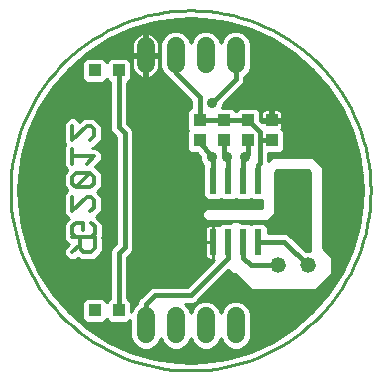
<source format=gbl>
G75*
G70*
%OFA0B0*%
%FSLAX24Y24*%
%IPPOS*%
%LPD*%
%AMOC8*
5,1,8,0,0,1.08239X$1,22.5*
%
%ADD10C,0.0100*%
%ADD11C,0.0600*%
%ADD12R,0.0236X0.0866*%
%ADD13R,0.0394X0.0433*%
%ADD14C,0.0520*%
%ADD15C,0.0120*%
%ADD16C,0.0160*%
%ADD17R,0.0396X0.0396*%
%ADD18C,0.0396*%
%ADD19C,0.0357*%
D10*
X002092Y002092D02*
X001556Y002711D01*
X001113Y003400D01*
X000773Y004145D01*
X000542Y004931D01*
X000426Y005742D01*
X000411Y006151D01*
X000411Y006151D01*
X000426Y006561D01*
X000542Y007371D01*
X000773Y008157D01*
X001113Y008902D01*
X001556Y009591D01*
X002092Y010210D01*
X002711Y010746D01*
X003400Y011189D01*
X004145Y011529D01*
X004931Y011760D01*
X005742Y011877D01*
X006151Y011891D01*
X006561Y011877D01*
X007371Y011760D01*
X008157Y011529D01*
X008902Y011189D01*
X009591Y010746D01*
X010210Y010210D01*
X010746Y009591D01*
X011189Y008902D01*
X011529Y008157D01*
X011760Y007371D01*
X011877Y006561D01*
X011891Y006151D01*
X011877Y005742D01*
X011760Y004931D01*
X011529Y004145D01*
X011189Y003400D01*
X010746Y002711D01*
X010210Y002092D01*
X009591Y001556D01*
X008902Y001113D01*
X008157Y000773D01*
X007371Y000542D01*
X006561Y000426D01*
X006151Y000411D01*
X005742Y000426D01*
X004931Y000542D01*
X004145Y000773D01*
X003400Y001113D01*
X002711Y001556D01*
X002092Y002092D01*
X002067Y002122D02*
X002543Y002122D01*
X002543Y002024D02*
X002172Y002024D01*
X002286Y001925D02*
X002543Y001925D01*
X002543Y001866D02*
X002666Y001743D01*
X003236Y001743D01*
X003351Y001858D01*
X003466Y001743D01*
X004036Y001743D01*
X004141Y001848D01*
X004141Y001250D01*
X004219Y001062D01*
X004362Y000919D01*
X004550Y000841D01*
X004753Y000841D01*
X004940Y000919D01*
X005084Y001062D01*
X005151Y001226D01*
X005219Y001062D01*
X005362Y000919D01*
X005550Y000841D01*
X005753Y000841D01*
X005940Y000919D01*
X006084Y001062D01*
X006151Y001226D01*
X006219Y001062D01*
X006362Y000919D01*
X006550Y000841D01*
X006753Y000841D01*
X006940Y000919D01*
X007084Y001062D01*
X007151Y001226D01*
X007219Y001062D01*
X007362Y000919D01*
X007550Y000841D01*
X007753Y000841D01*
X007940Y000919D01*
X008084Y001062D01*
X008161Y001250D01*
X008161Y002053D01*
X008084Y002240D01*
X007940Y002384D01*
X007753Y002461D01*
X007550Y002461D01*
X007362Y002384D01*
X007219Y002240D01*
X007151Y002077D01*
X007084Y002240D01*
X006940Y002384D01*
X006753Y002461D01*
X006550Y002461D01*
X006362Y002384D01*
X006219Y002240D01*
X006151Y002077D01*
X006084Y002240D01*
X005962Y002361D01*
X006209Y002361D01*
X006315Y002405D01*
X006397Y002487D01*
X007403Y003493D01*
X007405Y003487D01*
X007487Y003405D01*
X007593Y003361D01*
X007644Y003361D01*
X008164Y002841D01*
X008338Y002841D01*
X010338Y002841D01*
X010461Y002964D01*
X010861Y003364D01*
X010861Y003538D01*
X010861Y003938D01*
X010738Y004061D01*
X010561Y004238D01*
X010561Y006938D01*
X010438Y007061D01*
X010238Y007261D01*
X010064Y007261D01*
X008864Y007261D01*
X008741Y007138D01*
X008741Y007390D01*
X009135Y007390D01*
X009258Y007513D01*
X009258Y008120D01*
X009180Y008198D01*
X009188Y008211D01*
X009198Y008250D01*
X009198Y008437D01*
X008900Y008437D01*
X008900Y008534D01*
X009198Y008534D01*
X009198Y008722D01*
X009188Y008760D01*
X009168Y008794D01*
X009140Y008822D01*
X009106Y008842D01*
X009068Y008852D01*
X008900Y008852D01*
X008900Y008534D01*
X008803Y008534D01*
X008802Y008534D02*
X008802Y008437D01*
X008510Y008437D01*
X008458Y008489D01*
X008458Y008789D01*
X008335Y008912D01*
X007767Y008912D01*
X007651Y008796D01*
X007535Y008912D01*
X007214Y008912D01*
X007240Y008974D01*
X007240Y009029D01*
X007897Y009687D01*
X007941Y009793D01*
X007941Y009909D01*
X007941Y009920D01*
X008084Y010062D01*
X008161Y010250D01*
X008161Y011053D01*
X008084Y011240D01*
X007940Y011384D01*
X007753Y011461D01*
X007550Y011461D01*
X007362Y011384D01*
X007219Y011240D01*
X007151Y011077D01*
X007084Y011240D01*
X006940Y011384D01*
X006753Y011461D01*
X006550Y011461D01*
X006362Y011384D01*
X006219Y011240D01*
X006151Y011077D01*
X006084Y011240D01*
X005940Y011384D01*
X005753Y011461D01*
X005550Y011461D01*
X005362Y011384D01*
X005219Y011240D01*
X005141Y011053D01*
X005141Y010250D01*
X005219Y010062D01*
X005362Y009919D01*
X005398Y009904D01*
X005405Y009887D01*
X006161Y009131D01*
X006161Y008906D01*
X006044Y008789D01*
X006044Y008182D01*
X006075Y008151D01*
X006044Y008120D01*
X006044Y007513D01*
X006167Y007390D01*
X006369Y007390D01*
X006463Y007272D01*
X006463Y007174D01*
X006522Y007031D01*
X006573Y006980D01*
X006573Y005955D01*
X006696Y005832D01*
X007106Y005832D01*
X007151Y005877D01*
X007196Y005832D01*
X007606Y005832D01*
X007651Y005877D01*
X007696Y005832D01*
X008106Y005832D01*
X008151Y005877D01*
X008196Y005832D01*
X008541Y005832D01*
X008541Y005561D01*
X006664Y005561D01*
X006541Y005438D01*
X006541Y005264D01*
X006664Y005141D01*
X008564Y005141D01*
X008738Y005141D01*
X008838Y005241D01*
X008961Y005364D01*
X008961Y006764D01*
X009038Y006841D01*
X010064Y006841D01*
X010141Y006764D01*
X010141Y004238D01*
X010141Y004121D01*
X009991Y004121D01*
X009439Y004673D01*
X009332Y004718D01*
X009217Y004718D01*
X008729Y004718D01*
X008729Y004948D01*
X008606Y005071D01*
X008196Y005071D01*
X008151Y005026D01*
X008106Y005071D01*
X007842Y005071D01*
X007815Y005097D01*
X007709Y005141D01*
X007593Y005141D01*
X007487Y005097D01*
X007460Y005071D01*
X007196Y005071D01*
X007187Y005061D01*
X007164Y005061D01*
X007094Y004991D01*
X007077Y005000D01*
X007039Y005011D01*
X006910Y005011D01*
X006910Y004437D01*
X006892Y004437D01*
X006892Y005011D01*
X006763Y005011D01*
X006725Y005000D01*
X006691Y004981D01*
X006663Y004953D01*
X006643Y004919D01*
X006633Y004880D01*
X006633Y004437D01*
X006892Y004437D01*
X006892Y004418D01*
X006910Y004418D01*
X006910Y003844D01*
X006934Y003844D01*
X006031Y002941D01*
X005009Y002941D01*
X004893Y002941D01*
X004787Y002897D01*
X004487Y002597D01*
X004405Y002515D01*
X004361Y002409D01*
X004361Y002382D01*
X004219Y002240D01*
X004159Y002096D01*
X004159Y002436D01*
X004041Y002554D01*
X004041Y003931D01*
X004115Y004005D01*
X004197Y004087D01*
X004241Y004193D01*
X004241Y007993D01*
X004241Y008109D01*
X004197Y008215D01*
X004041Y008371D01*
X004041Y009748D01*
X004159Y009866D01*
X004159Y010436D01*
X004036Y010559D01*
X003466Y010559D01*
X003351Y010444D01*
X003236Y010559D01*
X002666Y010559D01*
X002543Y010436D01*
X002543Y009866D01*
X002666Y009743D01*
X003236Y009743D01*
X003351Y009858D01*
X003461Y009748D01*
X003461Y008193D01*
X003505Y008087D01*
X003587Y008005D01*
X003661Y007931D01*
X003661Y004371D01*
X003505Y004215D01*
X003461Y004109D01*
X003461Y003993D01*
X003461Y002554D01*
X003351Y002444D01*
X003236Y002559D01*
X002666Y002559D01*
X002543Y002436D01*
X002543Y001866D01*
X002583Y001826D02*
X002399Y001826D01*
X002513Y001728D02*
X004141Y001728D01*
X004141Y001826D02*
X004120Y001826D01*
X004141Y001629D02*
X002627Y001629D01*
X002751Y001531D02*
X004141Y001531D01*
X004141Y001432D02*
X002904Y001432D01*
X003057Y001334D02*
X004141Y001334D01*
X004147Y001235D02*
X003211Y001235D01*
X003364Y001137D02*
X004188Y001137D01*
X004243Y001038D02*
X003565Y001038D01*
X003400Y001113D02*
X003400Y001113D01*
X003781Y000940D02*
X004342Y000940D01*
X004250Y000742D02*
X008053Y000742D01*
X007961Y000940D02*
X008522Y000940D01*
X008737Y001038D02*
X008059Y001038D01*
X008114Y001137D02*
X008938Y001137D01*
X009092Y001235D02*
X008155Y001235D01*
X008161Y001334D02*
X009245Y001334D01*
X009398Y001432D02*
X008161Y001432D01*
X008161Y001531D02*
X009552Y001531D01*
X009676Y001629D02*
X008161Y001629D01*
X008161Y001728D02*
X009789Y001728D01*
X009903Y001826D02*
X008161Y001826D01*
X008161Y001925D02*
X010017Y001925D01*
X010131Y002024D02*
X008161Y002024D01*
X008132Y002122D02*
X010236Y002122D01*
X010321Y002221D02*
X008092Y002221D01*
X008004Y002319D02*
X010406Y002319D01*
X010492Y002418D02*
X007858Y002418D01*
X007445Y002418D02*
X006858Y002418D01*
X007004Y002319D02*
X007298Y002319D01*
X007211Y002221D02*
X007092Y002221D01*
X007132Y002122D02*
X007170Y002122D01*
X006623Y002713D02*
X010748Y002713D01*
X010811Y002812D02*
X006722Y002812D01*
X006820Y002910D02*
X008095Y002910D01*
X007996Y003009D02*
X006919Y003009D01*
X007018Y003107D02*
X007898Y003107D01*
X007799Y003206D02*
X007116Y003206D01*
X007215Y003305D02*
X007701Y003305D01*
X007492Y003403D02*
X007313Y003403D01*
X006887Y003797D02*
X004041Y003797D01*
X004041Y003699D02*
X006789Y003699D01*
X006690Y003600D02*
X004041Y003600D01*
X004041Y003502D02*
X006592Y003502D01*
X006493Y003403D02*
X004041Y003403D01*
X004041Y003305D02*
X006394Y003305D01*
X006296Y003206D02*
X004041Y003206D01*
X004041Y003107D02*
X006197Y003107D01*
X006099Y003009D02*
X004041Y003009D01*
X004041Y002910D02*
X004819Y002910D01*
X004702Y002812D02*
X004041Y002812D01*
X004041Y002713D02*
X004603Y002713D01*
X004505Y002615D02*
X004041Y002615D01*
X004079Y002516D02*
X004406Y002516D01*
X004365Y002418D02*
X004159Y002418D01*
X004159Y002319D02*
X004298Y002319D01*
X004211Y002221D02*
X004159Y002221D01*
X004159Y002122D02*
X004170Y002122D01*
X003461Y002615D02*
X001640Y002615D01*
X001555Y002713D02*
X003461Y002713D01*
X003461Y002812D02*
X001491Y002812D01*
X001428Y002910D02*
X003461Y002910D01*
X003461Y003009D02*
X001365Y003009D01*
X001301Y003107D02*
X003461Y003107D01*
X003461Y003206D02*
X001238Y003206D01*
X001175Y003305D02*
X003461Y003305D01*
X003461Y003403D02*
X001112Y003403D01*
X001067Y003502D02*
X003461Y003502D01*
X003461Y003600D02*
X001022Y003600D01*
X000977Y003699D02*
X003461Y003699D01*
X003461Y003797D02*
X000932Y003797D01*
X000887Y003896D02*
X002034Y003896D01*
X002054Y003875D02*
X002152Y003832D01*
X002259Y003830D01*
X002359Y003869D01*
X002396Y003904D01*
X002428Y003872D01*
X002527Y003831D01*
X002635Y003831D01*
X002885Y003831D01*
X002984Y003872D01*
X003060Y003948D01*
X003180Y004068D01*
X003221Y004167D01*
X003221Y004275D01*
X003221Y004645D01*
X003219Y004651D01*
X003221Y004657D01*
X003221Y004897D01*
X003221Y005005D01*
X003180Y005104D01*
X003013Y005271D01*
X003094Y005352D01*
X003170Y005428D01*
X003211Y005527D01*
X003211Y005767D01*
X003211Y005875D01*
X003170Y005974D01*
X003043Y006101D01*
X003160Y006218D01*
X003201Y006317D01*
X003201Y006425D01*
X003201Y006665D01*
X003160Y006764D01*
X003084Y006840D01*
X002977Y006947D01*
X003160Y007131D01*
X003201Y007230D01*
X003201Y007337D01*
X003160Y007437D01*
X003084Y007513D01*
X002985Y007554D01*
X002977Y007554D01*
X002871Y007554D01*
X002964Y007592D01*
X003094Y007722D01*
X003170Y007798D01*
X003211Y007897D01*
X003211Y008137D01*
X003211Y008245D01*
X003170Y008344D01*
X002974Y008540D01*
X002875Y008581D01*
X002767Y008581D01*
X002743Y008581D01*
X002742Y008582D01*
X002688Y008581D01*
X002637Y008581D01*
X002636Y008581D01*
X002635Y008581D01*
X002585Y008559D01*
X002538Y008540D01*
X002537Y008539D01*
X002536Y008538D01*
X002498Y008500D01*
X002462Y008464D01*
X002462Y008463D01*
X002448Y008448D01*
X002440Y008467D01*
X002364Y008543D01*
X002265Y008584D01*
X002157Y008584D01*
X002058Y008543D01*
X001982Y008467D01*
X001941Y008367D01*
X001941Y007873D01*
X001941Y007872D01*
X001941Y007818D01*
X001941Y007775D01*
X001942Y007774D01*
X001942Y007765D01*
X001981Y007673D01*
X001941Y007577D01*
X001941Y006985D01*
X001982Y006886D01*
X002043Y006825D01*
X001982Y006764D01*
X001941Y006665D01*
X001941Y006557D01*
X001941Y006425D01*
X001941Y006317D01*
X001982Y006218D01*
X002044Y006156D01*
X001982Y006094D01*
X001941Y005995D01*
X001941Y005503D01*
X001941Y005502D01*
X001941Y005448D01*
X001941Y005397D01*
X001942Y005396D01*
X001942Y005395D01*
X001963Y005345D01*
X001982Y005298D01*
X001983Y005297D01*
X001984Y005296D01*
X002022Y005258D01*
X002058Y005222D01*
X002060Y005222D01*
X002061Y005221D01*
X002084Y005211D01*
X002063Y005192D01*
X002058Y005190D01*
X002024Y005156D01*
X001989Y005123D01*
X001986Y005118D01*
X001982Y005114D01*
X001964Y005069D01*
X001944Y005026D01*
X001943Y005020D01*
X001941Y005015D01*
X001941Y004967D01*
X001939Y004918D01*
X001941Y004913D01*
X001941Y004765D01*
X001941Y004657D01*
X001944Y004651D01*
X001941Y004645D01*
X001941Y004537D01*
X001982Y004438D01*
X002058Y004362D01*
X002083Y004352D01*
X001985Y004259D01*
X001942Y004160D01*
X001940Y004053D01*
X001979Y003953D01*
X002054Y003875D01*
X001963Y003994D02*
X000842Y003994D01*
X000797Y004093D02*
X001941Y004093D01*
X001956Y004191D02*
X000760Y004191D01*
X000731Y004290D02*
X002018Y004290D01*
X002032Y004389D02*
X000702Y004389D01*
X000673Y004487D02*
X001962Y004487D01*
X001941Y004586D02*
X000644Y004586D01*
X000615Y004684D02*
X001941Y004684D01*
X001941Y004783D02*
X000586Y004783D01*
X000557Y004881D02*
X001941Y004881D01*
X001941Y004980D02*
X000535Y004980D01*
X000521Y005078D02*
X001968Y005078D01*
X002045Y005177D02*
X000507Y005177D01*
X000493Y005275D02*
X002005Y005275D01*
X001951Y005374D02*
X000479Y005374D01*
X000464Y005473D02*
X001941Y005473D01*
X001941Y005571D02*
X000450Y005571D01*
X000436Y005670D02*
X001941Y005670D01*
X001941Y005768D02*
X000425Y005768D01*
X000421Y005867D02*
X001941Y005867D01*
X001941Y005965D02*
X000418Y005965D01*
X000414Y006064D02*
X001970Y006064D01*
X002038Y006162D02*
X000412Y006162D01*
X000415Y006261D02*
X001965Y006261D01*
X001941Y006359D02*
X000419Y006359D01*
X000422Y006458D02*
X001941Y006458D01*
X001941Y006556D02*
X000426Y006556D01*
X000439Y006655D02*
X001941Y006655D01*
X001978Y006754D02*
X000453Y006754D01*
X000468Y006852D02*
X002016Y006852D01*
X001955Y006951D02*
X000482Y006951D01*
X000496Y007049D02*
X001941Y007049D01*
X001941Y007148D02*
X000510Y007148D01*
X000524Y007246D02*
X001941Y007246D01*
X001941Y007345D02*
X000539Y007345D01*
X000563Y007443D02*
X001941Y007443D01*
X001941Y007542D02*
X000592Y007542D01*
X000621Y007640D02*
X001967Y007640D01*
X001953Y007739D02*
X000650Y007739D01*
X000679Y007838D02*
X001941Y007838D01*
X001941Y007936D02*
X000708Y007936D01*
X000737Y008035D02*
X001941Y008035D01*
X001941Y008133D02*
X000766Y008133D01*
X000807Y008232D02*
X001941Y008232D01*
X001941Y008330D02*
X000852Y008330D01*
X000897Y008429D02*
X001967Y008429D01*
X002043Y008527D02*
X000942Y008527D01*
X000987Y008626D02*
X003461Y008626D01*
X003461Y008724D02*
X001032Y008724D01*
X001077Y008823D02*
X003461Y008823D01*
X003461Y008922D02*
X001126Y008922D01*
X001189Y009020D02*
X003461Y009020D01*
X003461Y009119D02*
X001252Y009119D01*
X001316Y009217D02*
X003461Y009217D01*
X003461Y009316D02*
X001379Y009316D01*
X001442Y009414D02*
X003461Y009414D01*
X003461Y009513D02*
X001506Y009513D01*
X001574Y009611D02*
X003461Y009611D01*
X003461Y009710D02*
X001659Y009710D01*
X001744Y009808D02*
X002601Y009808D01*
X002543Y009907D02*
X001830Y009907D01*
X001915Y010006D02*
X002543Y010006D01*
X002543Y010104D02*
X002001Y010104D01*
X002086Y010203D02*
X002543Y010203D01*
X002543Y010301D02*
X002198Y010301D01*
X002311Y010400D02*
X002543Y010400D01*
X002605Y010498D02*
X002425Y010498D01*
X002539Y010597D02*
X004201Y010597D01*
X004201Y010601D02*
X004201Y010316D01*
X004212Y010246D01*
X004234Y010178D01*
X004266Y010115D01*
X004308Y010058D01*
X004358Y010008D01*
X004415Y009966D01*
X004478Y009934D01*
X004546Y009912D01*
X004601Y009903D01*
X004601Y010601D01*
X004701Y010601D01*
X004701Y009903D01*
X004757Y009912D01*
X004824Y009934D01*
X004887Y009966D01*
X004944Y010008D01*
X004994Y010058D01*
X005036Y010115D01*
X005068Y010178D01*
X005090Y010246D01*
X005101Y010316D01*
X005101Y010601D01*
X004701Y010601D01*
X004701Y010701D01*
X005101Y010701D01*
X005101Y010987D01*
X005090Y011057D01*
X005068Y011124D01*
X005036Y011187D01*
X004994Y011244D01*
X004944Y011294D01*
X004887Y011336D01*
X004824Y011368D01*
X004757Y011390D01*
X004701Y011399D01*
X004701Y010701D01*
X004601Y010701D01*
X004601Y010601D01*
X004201Y010601D01*
X004201Y010701D02*
X004601Y010701D01*
X004601Y011399D01*
X004546Y011390D01*
X004478Y011368D01*
X004415Y011336D01*
X004358Y011294D01*
X004308Y011244D01*
X004266Y011187D01*
X004234Y011124D01*
X004212Y011057D01*
X004201Y010987D01*
X004201Y010701D01*
X004201Y010794D02*
X002785Y010794D01*
X002652Y010695D02*
X004601Y010695D01*
X004601Y010597D02*
X004701Y010597D01*
X004701Y010695D02*
X005141Y010695D01*
X005141Y010597D02*
X005101Y010597D01*
X005101Y010498D02*
X005141Y010498D01*
X005141Y010400D02*
X005101Y010400D01*
X005099Y010301D02*
X005141Y010301D01*
X005161Y010203D02*
X005076Y010203D01*
X005028Y010104D02*
X005201Y010104D01*
X005276Y010006D02*
X004941Y010006D01*
X004723Y009907D02*
X005391Y009907D01*
X005484Y009808D02*
X004102Y009808D01*
X004159Y009907D02*
X004579Y009907D01*
X004601Y009907D02*
X004701Y009907D01*
X004701Y010006D02*
X004601Y010006D01*
X004601Y010104D02*
X004701Y010104D01*
X004701Y010203D02*
X004601Y010203D01*
X004601Y010301D02*
X004701Y010301D01*
X004701Y010400D02*
X004601Y010400D01*
X004601Y010498D02*
X004701Y010498D01*
X004701Y010794D02*
X004601Y010794D01*
X004601Y010892D02*
X004701Y010892D01*
X004701Y010991D02*
X004601Y010991D01*
X004601Y011089D02*
X004701Y011089D01*
X004701Y011188D02*
X004601Y011188D01*
X004601Y011287D02*
X004701Y011287D01*
X004701Y011385D02*
X004601Y011385D01*
X004531Y011385D02*
X003830Y011385D01*
X004045Y011484D02*
X008257Y011484D01*
X008473Y011385D02*
X007936Y011385D01*
X008037Y011287D02*
X008689Y011287D01*
X008904Y011188D02*
X008105Y011188D01*
X008146Y011089D02*
X009057Y011089D01*
X009210Y010991D02*
X008161Y010991D01*
X008161Y010892D02*
X009364Y010892D01*
X009517Y010794D02*
X008161Y010794D01*
X008161Y010695D02*
X009650Y010695D01*
X009764Y010597D02*
X008161Y010597D01*
X008161Y010498D02*
X009877Y010498D01*
X009991Y010400D02*
X008161Y010400D01*
X008161Y010301D02*
X010105Y010301D01*
X010216Y010203D02*
X008142Y010203D01*
X008101Y010104D02*
X010302Y010104D01*
X010387Y010006D02*
X008027Y010006D01*
X007941Y009907D02*
X010473Y009907D01*
X010558Y009808D02*
X007941Y009808D01*
X007906Y009710D02*
X010643Y009710D01*
X010729Y009611D02*
X007821Y009611D01*
X007723Y009513D02*
X010797Y009513D01*
X010860Y009414D02*
X007624Y009414D01*
X007526Y009316D02*
X010923Y009316D01*
X010987Y009217D02*
X007427Y009217D01*
X007329Y009119D02*
X011050Y009119D01*
X011113Y009020D02*
X007240Y009020D01*
X007218Y008922D02*
X011176Y008922D01*
X011225Y008823D02*
X009139Y008823D01*
X009197Y008724D02*
X011270Y008724D01*
X011315Y008626D02*
X009198Y008626D01*
X009198Y008429D02*
X011405Y008429D01*
X011360Y008527D02*
X008900Y008527D01*
X008802Y008527D02*
X008458Y008527D01*
X008504Y008534D02*
X008504Y008722D01*
X008515Y008760D01*
X008534Y008794D01*
X008562Y008822D01*
X008596Y008842D01*
X008635Y008852D01*
X008803Y008852D01*
X008803Y008534D01*
X008802Y008534D02*
X008504Y008534D01*
X008504Y008626D02*
X008458Y008626D01*
X008458Y008724D02*
X008505Y008724D01*
X008563Y008823D02*
X008424Y008823D01*
X008803Y008823D02*
X008900Y008823D01*
X008900Y008724D02*
X008803Y008724D01*
X008803Y008626D02*
X008900Y008626D01*
X009198Y008330D02*
X011450Y008330D01*
X011495Y008232D02*
X009193Y008232D01*
X009245Y008133D02*
X011536Y008133D01*
X011565Y008035D02*
X009258Y008035D01*
X009258Y007936D02*
X011594Y007936D01*
X011623Y007838D02*
X009258Y007838D01*
X009258Y007739D02*
X011652Y007739D01*
X011681Y007640D02*
X009258Y007640D01*
X009258Y007542D02*
X011710Y007542D01*
X011739Y007443D02*
X009188Y007443D01*
X008849Y007246D02*
X008741Y007246D01*
X008741Y007148D02*
X008751Y007148D01*
X008741Y007138D02*
X008741Y007138D01*
X008741Y007345D02*
X011764Y007345D01*
X011778Y007246D02*
X010253Y007246D01*
X010352Y007148D02*
X011792Y007148D01*
X011806Y007049D02*
X010450Y007049D01*
X010549Y006951D02*
X011820Y006951D01*
X011835Y006852D02*
X010561Y006852D01*
X010561Y006754D02*
X011849Y006754D01*
X011863Y006655D02*
X010561Y006655D01*
X010561Y006556D02*
X011877Y006556D01*
X011880Y006458D02*
X010561Y006458D01*
X010561Y006359D02*
X011884Y006359D01*
X011887Y006261D02*
X010561Y006261D01*
X010561Y006162D02*
X011891Y006162D01*
X011891Y006151D02*
X011891Y006151D01*
X011888Y006064D02*
X010561Y006064D01*
X010561Y005965D02*
X011885Y005965D01*
X011881Y005867D02*
X010561Y005867D01*
X010561Y005768D02*
X011878Y005768D01*
X011866Y005670D02*
X010561Y005670D01*
X010561Y005571D02*
X011852Y005571D01*
X011838Y005473D02*
X010561Y005473D01*
X010561Y005374D02*
X011824Y005374D01*
X011810Y005275D02*
X010561Y005275D01*
X010561Y005177D02*
X011795Y005177D01*
X011781Y005078D02*
X010561Y005078D01*
X010561Y004980D02*
X011767Y004980D01*
X011745Y004881D02*
X010561Y004881D01*
X010561Y004783D02*
X011716Y004783D01*
X011688Y004684D02*
X010561Y004684D01*
X010561Y004586D02*
X011659Y004586D01*
X011630Y004487D02*
X010561Y004487D01*
X010561Y004389D02*
X011601Y004389D01*
X011572Y004290D02*
X010561Y004290D01*
X010608Y004191D02*
X011543Y004191D01*
X011505Y004093D02*
X010706Y004093D01*
X010805Y003994D02*
X011460Y003994D01*
X011415Y003896D02*
X010861Y003896D01*
X010861Y003797D02*
X011370Y003797D01*
X011325Y003699D02*
X010861Y003699D01*
X010861Y003600D02*
X011280Y003600D01*
X011235Y003502D02*
X010861Y003502D01*
X010861Y003403D02*
X011190Y003403D01*
X011128Y003305D02*
X010802Y003305D01*
X010703Y003206D02*
X011064Y003206D01*
X011001Y003107D02*
X010604Y003107D01*
X010506Y003009D02*
X010938Y003009D01*
X010874Y002910D02*
X010407Y002910D01*
X010663Y002615D02*
X006525Y002615D01*
X006426Y002516D02*
X010577Y002516D01*
X010141Y004191D02*
X009921Y004191D01*
X009822Y004290D02*
X010141Y004290D01*
X010141Y004389D02*
X009724Y004389D01*
X009625Y004487D02*
X010141Y004487D01*
X010141Y004586D02*
X009527Y004586D01*
X009413Y004684D02*
X010141Y004684D01*
X010141Y004783D02*
X008729Y004783D01*
X008729Y004881D02*
X010141Y004881D01*
X010141Y004980D02*
X008697Y004980D01*
X008774Y005177D02*
X010141Y005177D01*
X010141Y005275D02*
X008872Y005275D01*
X008961Y005374D02*
X010141Y005374D01*
X010141Y005473D02*
X008961Y005473D01*
X008961Y005571D02*
X010141Y005571D01*
X010141Y005670D02*
X008961Y005670D01*
X008961Y005768D02*
X010141Y005768D01*
X010141Y005867D02*
X008961Y005867D01*
X008961Y005965D02*
X010141Y005965D01*
X010141Y006064D02*
X008961Y006064D01*
X008961Y006162D02*
X010141Y006162D01*
X010141Y006261D02*
X008961Y006261D01*
X008961Y006359D02*
X010141Y006359D01*
X010141Y006458D02*
X008961Y006458D01*
X008961Y006556D02*
X010141Y006556D01*
X010141Y006655D02*
X008961Y006655D01*
X008961Y006754D02*
X010141Y006754D01*
X010141Y005078D02*
X007834Y005078D01*
X007468Y005078D02*
X004241Y005078D01*
X004241Y004980D02*
X006690Y004980D01*
X006633Y004881D02*
X004241Y004881D01*
X004241Y004783D02*
X006633Y004783D01*
X006633Y004684D02*
X004241Y004684D01*
X004241Y004586D02*
X006633Y004586D01*
X006633Y004487D02*
X004241Y004487D01*
X004241Y004389D02*
X006633Y004389D01*
X006633Y004418D02*
X006633Y003975D01*
X006643Y003937D01*
X006663Y003902D01*
X006691Y003874D01*
X006725Y003855D01*
X006763Y003844D01*
X006892Y003844D01*
X006892Y004418D01*
X006633Y004418D01*
X006633Y004290D02*
X004241Y004290D01*
X004240Y004191D02*
X006633Y004191D01*
X006633Y004093D02*
X004199Y004093D01*
X004104Y003994D02*
X006633Y003994D01*
X006670Y003896D02*
X004041Y003896D01*
X003580Y004290D02*
X003221Y004290D01*
X003221Y004191D02*
X003495Y004191D01*
X003461Y004093D02*
X003190Y004093D01*
X003106Y003994D02*
X003461Y003994D01*
X003461Y003896D02*
X003008Y003896D01*
X003221Y004389D02*
X003661Y004389D01*
X003661Y004487D02*
X003221Y004487D01*
X003221Y004586D02*
X003661Y004586D01*
X003661Y004684D02*
X003221Y004684D01*
X003221Y004783D02*
X003661Y004783D01*
X003661Y004881D02*
X003221Y004881D01*
X003221Y004980D02*
X003661Y004980D01*
X003661Y005078D02*
X003191Y005078D01*
X003107Y005177D02*
X003661Y005177D01*
X003661Y005275D02*
X003017Y005275D01*
X003116Y005374D02*
X003661Y005374D01*
X003661Y005473D02*
X003188Y005473D01*
X003211Y005571D02*
X003661Y005571D01*
X003661Y005670D02*
X003211Y005670D01*
X003211Y005768D02*
X003661Y005768D01*
X003661Y005867D02*
X003211Y005867D01*
X003174Y005965D02*
X003661Y005965D01*
X003661Y006064D02*
X003080Y006064D01*
X003104Y006162D02*
X003661Y006162D01*
X003661Y006261D02*
X003178Y006261D01*
X003201Y006359D02*
X003661Y006359D01*
X003661Y006458D02*
X003201Y006458D01*
X003201Y006556D02*
X003661Y006556D01*
X003661Y006655D02*
X003201Y006655D01*
X003164Y006754D02*
X003661Y006754D01*
X003661Y006852D02*
X003072Y006852D01*
X002980Y006951D02*
X003661Y006951D01*
X003661Y007049D02*
X003079Y007049D01*
X003167Y007148D02*
X003661Y007148D01*
X003661Y007246D02*
X003201Y007246D01*
X003198Y007345D02*
X003661Y007345D01*
X003661Y007443D02*
X003153Y007443D01*
X003013Y007542D02*
X003661Y007542D01*
X003661Y007640D02*
X003012Y007640D01*
X002977Y007554D02*
X002977Y007554D01*
X003111Y007739D02*
X003661Y007739D01*
X003661Y007838D02*
X003186Y007838D01*
X003211Y007936D02*
X003656Y007936D01*
X003558Y008035D02*
X003211Y008035D01*
X003211Y008133D02*
X003486Y008133D01*
X003461Y008232D02*
X003211Y008232D01*
X003176Y008330D02*
X003461Y008330D01*
X003461Y008429D02*
X003085Y008429D01*
X002987Y008527D02*
X003461Y008527D01*
X004041Y008527D02*
X006044Y008527D01*
X006044Y008429D02*
X004041Y008429D01*
X004082Y008330D02*
X006044Y008330D01*
X006044Y008232D02*
X004181Y008232D01*
X004231Y008133D02*
X006058Y008133D01*
X006044Y008035D02*
X004241Y008035D01*
X004241Y007936D02*
X006044Y007936D01*
X006044Y007838D02*
X004241Y007838D01*
X004241Y007739D02*
X006044Y007739D01*
X006044Y007640D02*
X004241Y007640D01*
X004241Y007542D02*
X006044Y007542D01*
X006114Y007443D02*
X004241Y007443D01*
X004241Y007345D02*
X006405Y007345D01*
X006463Y007246D02*
X004241Y007246D01*
X004241Y007148D02*
X006474Y007148D01*
X006514Y007049D02*
X004241Y007049D01*
X004241Y006951D02*
X006573Y006951D01*
X006573Y006852D02*
X004241Y006852D01*
X004241Y006754D02*
X006573Y006754D01*
X006573Y006655D02*
X004241Y006655D01*
X004241Y006556D02*
X006573Y006556D01*
X006573Y006458D02*
X004241Y006458D01*
X004241Y006359D02*
X006573Y006359D01*
X006573Y006261D02*
X004241Y006261D01*
X004241Y006162D02*
X006573Y006162D01*
X006573Y006064D02*
X004241Y006064D01*
X004241Y005965D02*
X006573Y005965D01*
X006661Y005867D02*
X004241Y005867D01*
X004241Y005768D02*
X008541Y005768D01*
X008541Y005670D02*
X004241Y005670D01*
X004241Y005571D02*
X008541Y005571D01*
X008161Y005867D02*
X008141Y005867D01*
X007661Y005867D02*
X007641Y005867D01*
X007161Y005867D02*
X007141Y005867D01*
X006576Y005473D02*
X004241Y005473D01*
X004241Y005374D02*
X006541Y005374D01*
X006541Y005275D02*
X004241Y005275D01*
X004241Y005177D02*
X006628Y005177D01*
X006892Y004980D02*
X006910Y004980D01*
X006910Y004881D02*
X006892Y004881D01*
X006892Y004783D02*
X006910Y004783D01*
X006910Y004684D02*
X006892Y004684D01*
X006892Y004586D02*
X006910Y004586D01*
X006910Y004487D02*
X006892Y004487D01*
X006892Y004389D02*
X006910Y004389D01*
X006910Y004290D02*
X006892Y004290D01*
X006892Y004191D02*
X006910Y004191D01*
X006910Y004093D02*
X006892Y004093D01*
X006892Y003994D02*
X006910Y003994D01*
X006910Y003896D02*
X006892Y003896D01*
X006445Y002418D02*
X006328Y002418D01*
X006298Y002319D02*
X006004Y002319D01*
X006092Y002221D02*
X006211Y002221D01*
X006170Y002122D02*
X006132Y002122D01*
X006114Y001137D02*
X006188Y001137D01*
X006243Y001038D02*
X006059Y001038D01*
X005961Y000940D02*
X006342Y000940D01*
X006707Y000447D02*
X005595Y000447D01*
X005342Y000940D02*
X004961Y000940D01*
X005059Y001038D02*
X005243Y001038D01*
X005188Y001137D02*
X005114Y001137D01*
X004585Y000644D02*
X007717Y000644D01*
X007382Y000545D02*
X004921Y000545D01*
X003996Y000841D02*
X008306Y000841D01*
X007342Y000940D02*
X006961Y000940D01*
X007059Y001038D02*
X007243Y001038D01*
X007188Y001137D02*
X007114Y001137D01*
X003383Y001826D02*
X003320Y001826D01*
X003279Y002516D02*
X003423Y002516D01*
X002623Y002516D02*
X001725Y002516D01*
X001810Y002418D02*
X002543Y002418D01*
X002543Y002319D02*
X001896Y002319D01*
X001981Y002221D02*
X002543Y002221D01*
X002405Y003896D02*
X002387Y003896D01*
X006151Y000151D02*
X006436Y000158D01*
X006721Y000178D01*
X007005Y000212D01*
X007287Y000259D01*
X007566Y000320D01*
X007841Y000394D01*
X008113Y000481D01*
X008381Y000581D01*
X008643Y000693D01*
X008900Y000818D01*
X009151Y000955D01*
X009395Y001103D01*
X009631Y001264D01*
X009860Y001435D01*
X010080Y001617D01*
X010291Y001809D01*
X010493Y002011D01*
X010685Y002222D01*
X010867Y002442D01*
X011038Y002671D01*
X011199Y002907D01*
X011347Y003151D01*
X011484Y003402D01*
X011609Y003659D01*
X011721Y003921D01*
X011821Y004189D01*
X011908Y004461D01*
X011982Y004736D01*
X012043Y005015D01*
X012090Y005297D01*
X012124Y005581D01*
X012144Y005866D01*
X012151Y006151D01*
X007678Y008823D02*
X007624Y008823D01*
X006161Y008922D02*
X004041Y008922D01*
X004041Y009020D02*
X006161Y009020D01*
X006161Y009119D02*
X004041Y009119D01*
X004041Y009217D02*
X006075Y009217D01*
X005976Y009316D02*
X004041Y009316D01*
X004041Y009414D02*
X005878Y009414D01*
X005779Y009513D02*
X004041Y009513D01*
X004041Y009611D02*
X005681Y009611D01*
X005582Y009710D02*
X004041Y009710D01*
X004159Y010006D02*
X004361Y010006D01*
X004274Y010104D02*
X004159Y010104D01*
X004159Y010203D02*
X004226Y010203D01*
X004203Y010301D02*
X004159Y010301D01*
X004159Y010400D02*
X004201Y010400D01*
X004201Y010498D02*
X004097Y010498D01*
X004201Y010892D02*
X002939Y010892D01*
X003092Y010991D02*
X004202Y010991D01*
X004223Y011089D02*
X003245Y011089D01*
X003399Y011188D02*
X004267Y011188D01*
X004350Y011287D02*
X003614Y011287D01*
X004326Y011582D02*
X007977Y011582D01*
X007641Y011681D02*
X004661Y011681D01*
X004772Y011385D02*
X005366Y011385D01*
X005265Y011287D02*
X004952Y011287D01*
X005035Y011188D02*
X005197Y011188D01*
X005156Y011089D02*
X005079Y011089D01*
X005100Y010991D02*
X005141Y010991D01*
X005141Y010892D02*
X005101Y010892D01*
X005101Y010794D02*
X005141Y010794D01*
X005936Y011385D02*
X006366Y011385D01*
X006265Y011287D02*
X006037Y011287D01*
X006105Y011188D02*
X006197Y011188D01*
X006156Y011089D02*
X006146Y011089D01*
X005777Y011878D02*
X006525Y011878D01*
X006936Y011385D02*
X007366Y011385D01*
X007265Y011287D02*
X007037Y011287D01*
X007105Y011188D02*
X007197Y011188D01*
X007156Y011089D02*
X007146Y011089D01*
X007237Y011779D02*
X005065Y011779D01*
X003405Y010498D02*
X003297Y010498D01*
X003302Y009808D02*
X003401Y009808D01*
X004041Y008823D02*
X006078Y008823D01*
X006044Y008724D02*
X004041Y008724D01*
X004041Y008626D02*
X006044Y008626D01*
X000151Y006151D02*
X000158Y005866D01*
X000178Y005581D01*
X000212Y005297D01*
X000259Y005015D01*
X000320Y004736D01*
X000394Y004461D01*
X000481Y004189D01*
X000581Y003921D01*
X000693Y003659D01*
X000818Y003402D01*
X000955Y003151D01*
X001103Y002907D01*
X001264Y002671D01*
X001435Y002442D01*
X001617Y002222D01*
X001809Y002011D01*
X002011Y001809D01*
X002222Y001617D01*
X002442Y001435D01*
X002671Y001264D01*
X002907Y001103D01*
X003151Y000955D01*
X003402Y000818D01*
X003659Y000693D01*
X003921Y000581D01*
X004189Y000481D01*
X004461Y000394D01*
X004736Y000320D01*
X005015Y000259D01*
X005297Y000212D01*
X005581Y000178D01*
X005866Y000158D01*
X006151Y000151D01*
X000151Y006151D02*
X000158Y006436D01*
X000178Y006721D01*
X000212Y007005D01*
X000259Y007287D01*
X000320Y007566D01*
X000394Y007841D01*
X000481Y008113D01*
X000581Y008381D01*
X000693Y008643D01*
X000818Y008900D01*
X000955Y009151D01*
X001103Y009395D01*
X001264Y009631D01*
X001435Y009860D01*
X001617Y010080D01*
X001809Y010291D01*
X002011Y010493D01*
X002222Y010685D01*
X002442Y010867D01*
X002671Y011038D01*
X002907Y011199D01*
X003151Y011347D01*
X003402Y011484D01*
X003659Y011609D01*
X003921Y011721D01*
X004189Y011821D01*
X004461Y011908D01*
X004736Y011982D01*
X005015Y012043D01*
X005297Y012090D01*
X005581Y012124D01*
X005866Y012144D01*
X006151Y012151D01*
X002525Y008527D02*
X002379Y008527D01*
X006151Y012151D02*
X006436Y012144D01*
X006721Y012124D01*
X007005Y012090D01*
X007287Y012043D01*
X007566Y011982D01*
X007841Y011908D01*
X008113Y011821D01*
X008381Y011721D01*
X008643Y011609D01*
X008900Y011484D01*
X009151Y011347D01*
X009395Y011199D01*
X009631Y011038D01*
X009860Y010867D01*
X010080Y010685D01*
X010291Y010493D01*
X010493Y010291D01*
X010685Y010080D01*
X010867Y009860D01*
X011038Y009631D01*
X011199Y009395D01*
X011347Y009151D01*
X011484Y008900D01*
X011609Y008643D01*
X011721Y008381D01*
X011821Y008113D01*
X011908Y007841D01*
X011982Y007566D01*
X012043Y007287D01*
X012090Y007005D01*
X012124Y006721D01*
X012144Y006436D01*
X012151Y006151D01*
D11*
X007651Y001951D02*
X007651Y001351D01*
X006651Y001351D02*
X006651Y001951D01*
X005651Y001951D02*
X005651Y001351D01*
X004651Y001351D02*
X004651Y001951D01*
X004651Y010351D02*
X004651Y010951D01*
X005651Y010951D02*
X005651Y010351D01*
X006651Y010351D02*
X006651Y010951D01*
X007651Y010951D02*
X007651Y010351D01*
D12*
X007401Y006475D03*
X006901Y006475D03*
X007901Y006475D03*
X008401Y006475D03*
X008401Y004428D03*
X007901Y004428D03*
X007401Y004428D03*
X006901Y004428D03*
D13*
X007251Y007817D03*
X007251Y008486D03*
X006451Y008486D03*
X006451Y007817D03*
X008051Y007817D03*
X008051Y008486D03*
X008851Y008486D03*
X008851Y007817D03*
D14*
X009051Y003651D03*
X010051Y003651D03*
D15*
X002951Y004221D02*
X002831Y004101D01*
X002581Y004101D01*
X002461Y004221D01*
X002461Y004341D01*
X002211Y004101D01*
X002461Y004341D02*
X002461Y004591D01*
X002951Y004591D01*
X002951Y004221D01*
X002831Y004591D02*
X002461Y004591D01*
X002211Y004591D01*
X002211Y004711D02*
X002331Y004591D01*
X002461Y004591D01*
X002581Y004831D02*
X002581Y005081D01*
X002341Y005081D01*
X002211Y004961D01*
X002211Y004711D01*
X002831Y004591D02*
X002951Y004711D01*
X002951Y004951D01*
X002831Y005071D01*
X002811Y005451D02*
X002941Y005581D01*
X002941Y005821D01*
X002821Y005941D01*
X002811Y005941D02*
X002691Y005941D01*
X002211Y005451D01*
X002211Y005941D01*
X002331Y006251D02*
X002211Y006371D01*
X002211Y006611D01*
X002331Y006731D01*
X002811Y006731D01*
X002931Y006611D01*
X002931Y006371D01*
X002811Y006251D01*
X002331Y006251D01*
X002811Y006721D01*
X002689Y007041D02*
X002931Y007284D01*
X002924Y007284D02*
X002219Y007284D01*
X002211Y007524D02*
X002211Y007039D01*
X002211Y007821D02*
X002691Y008311D01*
X002811Y008311D01*
X002821Y008311D02*
X002941Y008191D01*
X002941Y007951D01*
X002811Y007821D01*
X002211Y007829D02*
X002211Y008314D01*
D16*
X003751Y008251D02*
X003751Y010151D01*
X003751Y008251D02*
X003951Y008051D01*
X003951Y004251D01*
X003751Y004051D01*
X003751Y002151D01*
X004651Y002351D02*
X004651Y001651D01*
X004651Y002351D02*
X004951Y002651D01*
X006151Y002651D01*
X007401Y003901D01*
X007401Y004428D01*
X007901Y004428D02*
X007901Y003901D01*
X008151Y003651D01*
X009051Y003651D01*
X009275Y004428D02*
X008401Y004428D01*
X009275Y004428D02*
X010051Y003651D01*
X008401Y006475D02*
X008401Y007001D01*
X008451Y007051D01*
X008451Y007851D01*
X008486Y007817D01*
X008851Y007817D01*
X008451Y007851D02*
X008451Y008086D01*
X008051Y008486D01*
X007251Y008486D01*
X006451Y008486D01*
X006451Y009251D01*
X005651Y010051D01*
X005651Y010651D01*
X006851Y009051D02*
X007651Y009851D01*
X007651Y010651D01*
X007251Y007817D02*
X007251Y007351D01*
X007351Y007251D01*
X007401Y007201D01*
X007401Y006475D01*
X006901Y006475D02*
X006901Y007201D01*
X006851Y007251D01*
X006451Y007751D01*
X006451Y007817D01*
X007901Y007201D02*
X007901Y006475D01*
X007901Y007201D02*
X007951Y007251D01*
X008051Y007351D01*
X008051Y007817D01*
D17*
X003751Y010151D03*
X002951Y010151D03*
X002951Y002151D03*
X003751Y002151D03*
D18*
X003351Y004551D03*
X001751Y006151D03*
X003351Y007751D03*
X004951Y006151D03*
D19*
X006851Y007251D03*
X007351Y007251D03*
X007951Y007251D03*
X006851Y009051D03*
M02*

</source>
